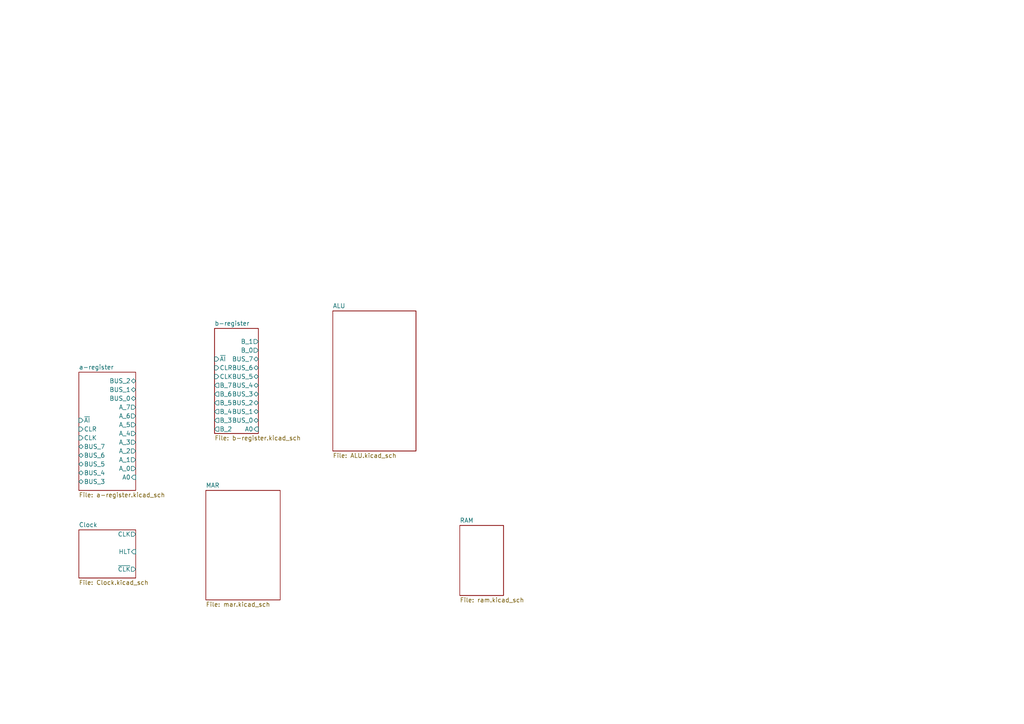
<source format=kicad_sch>
(kicad_sch
	(version 20250114)
	(generator "eeschema")
	(generator_version "9.0")
	(uuid "48633dea-2de9-4b6f-aeff-2ee54233f918")
	(paper "A4")
	(title_block
		(title "8 bit PC")
		(date "2025-10-14")
		(rev "1")
	)
	(lib_symbols)
	(sheet
		(at 62.23 95.25)
		(size 12.7 30.48)
		(exclude_from_sim no)
		(in_bom yes)
		(on_board yes)
		(dnp no)
		(fields_autoplaced yes)
		(stroke
			(width 0.1524)
			(type solid)
		)
		(fill
			(color 0 0 0 0.0000)
		)
		(uuid "01639e59-f640-4704-bff8-92b5a7e3f002")
		(property "Sheetname" "b-register"
			(at 62.23 94.5384 0)
			(effects
				(font
					(size 1.27 1.27)
				)
				(justify left bottom)
			)
		)
		(property "Sheetfile" "b-register.kicad_sch"
			(at 62.23 126.3146 0)
			(effects
				(font
					(size 1.27 1.27)
				)
				(justify left top)
			)
		)
		(pin "A0" input
			(at 74.93 124.46 0)
			(uuid "1e398594-c176-4ddb-9e00-64792717885c")
			(effects
				(font
					(size 1.27 1.27)
				)
				(justify right)
			)
		)
		(pin "BUS_0" bidirectional
			(at 74.93 121.92 0)
			(uuid "f49b5e5d-a1d5-4cfc-9335-2b1862288ef9")
			(effects
				(font
					(size 1.27 1.27)
				)
				(justify right)
			)
		)
		(pin "BUS_1" bidirectional
			(at 74.93 119.38 0)
			(uuid "25b91317-ba17-42f9-9dba-7371de2fc7db")
			(effects
				(font
					(size 1.27 1.27)
				)
				(justify right)
			)
		)
		(pin "BUS_2" bidirectional
			(at 74.93 116.84 0)
			(uuid "720541a5-0d3d-4f81-9af6-4a7e46df5eae")
			(effects
				(font
					(size 1.27 1.27)
				)
				(justify right)
			)
		)
		(pin "BUS_3" bidirectional
			(at 74.93 114.3 0)
			(uuid "00482d3a-8d12-4daa-ad6e-cd91ab268d44")
			(effects
				(font
					(size 1.27 1.27)
				)
				(justify right)
			)
		)
		(pin "BUS_4" bidirectional
			(at 74.93 111.76 0)
			(uuid "6c736dcc-3ff7-4f95-9e60-e5b79220c8a0")
			(effects
				(font
					(size 1.27 1.27)
				)
				(justify right)
			)
		)
		(pin "BUS_5" bidirectional
			(at 74.93 109.22 0)
			(uuid "69debe4c-3743-4007-ba97-1690bf7ec0c2")
			(effects
				(font
					(size 1.27 1.27)
				)
				(justify right)
			)
		)
		(pin "BUS_6" bidirectional
			(at 74.93 106.68 0)
			(uuid "e8ba07c1-f96a-4081-8479-63dbe511987e")
			(effects
				(font
					(size 1.27 1.27)
				)
				(justify right)
			)
		)
		(pin "BUS_7" bidirectional
			(at 74.93 104.14 0)
			(uuid "7e5fe0f6-0712-426a-b1a1-efd0095ae56b")
			(effects
				(font
					(size 1.27 1.27)
				)
				(justify right)
			)
		)
		(pin "B_0" output
			(at 74.93 101.6 0)
			(uuid "53e3bfd9-7722-4645-95b8-249d04382260")
			(effects
				(font
					(size 1.27 1.27)
				)
				(justify right)
			)
		)
		(pin "B_1" output
			(at 74.93 99.06 0)
			(uuid "31537560-0a6b-4864-9dd4-a9e5d00b55c8")
			(effects
				(font
					(size 1.27 1.27)
				)
				(justify right)
			)
		)
		(pin "B_2" output
			(at 62.23 124.46 180)
			(uuid "5aa31bc2-d35b-48e8-a405-8f044548392f")
			(effects
				(font
					(size 1.27 1.27)
				)
				(justify left)
			)
		)
		(pin "B_3" output
			(at 62.23 121.92 180)
			(uuid "318c55bd-b059-4595-9f4d-da4cefa0c7df")
			(effects
				(font
					(size 1.27 1.27)
				)
				(justify left)
			)
		)
		(pin "B_4" output
			(at 62.23 119.38 180)
			(uuid "0ee1aad4-5ff9-4c32-b007-bf6bf8284f15")
			(effects
				(font
					(size 1.27 1.27)
				)
				(justify left)
			)
		)
		(pin "B_5" output
			(at 62.23 116.84 180)
			(uuid "325eb9c1-1cf8-418b-b12b-ca4910ed7470")
			(effects
				(font
					(size 1.27 1.27)
				)
				(justify left)
			)
		)
		(pin "B_6" output
			(at 62.23 114.3 180)
			(uuid "1a71033a-58ab-4929-90dd-6668bc6d7d48")
			(effects
				(font
					(size 1.27 1.27)
				)
				(justify left)
			)
		)
		(pin "B_7" output
			(at 62.23 111.76 180)
			(uuid "6541262c-8b26-4ddc-8a98-20f6fff02518")
			(effects
				(font
					(size 1.27 1.27)
				)
				(justify left)
			)
		)
		(pin "CLK" input
			(at 62.23 109.22 180)
			(uuid "76957509-bfde-403a-9946-417991204eeb")
			(effects
				(font
					(size 1.27 1.27)
				)
				(justify left)
			)
		)
		(pin "CLR" input
			(at 62.23 106.68 180)
			(uuid "89e460d3-d01a-4557-83e2-b17950c90ddf")
			(effects
				(font
					(size 1.27 1.27)
				)
				(justify left)
			)
		)
		(pin "~{AI}" input
			(at 62.23 104.14 180)
			(uuid "223154d3-73ea-4acf-88fb-96a3abafb579")
			(effects
				(font
					(size 1.27 1.27)
				)
				(justify left)
			)
		)
		(instances
			(project "8-Bit-PC"
				(path "/48633dea-2de9-4b6f-aeff-2ee54233f918"
					(page "4")
				)
			)
		)
	)
	(sheet
		(at 22.86 107.95)
		(size 16.51 34.29)
		(exclude_from_sim no)
		(in_bom yes)
		(on_board yes)
		(dnp no)
		(fields_autoplaced yes)
		(stroke
			(width 0.1524)
			(type solid)
		)
		(fill
			(color 0 0 0 0.0000)
		)
		(uuid "0da64945-ad09-4cb6-87e6-9538c18b83c8")
		(property "Sheetname" "a-register"
			(at 22.86 107.2384 0)
			(effects
				(font
					(size 1.27 1.27)
				)
				(justify left bottom)
			)
		)
		(property "Sheetfile" "a-register.kicad_sch"
			(at 22.86 142.8246 0)
			(effects
				(font
					(size 1.27 1.27)
				)
				(justify left top)
			)
		)
		(pin "A0" input
			(at 39.37 138.43 0)
			(uuid "02e3207e-493a-4948-849b-e9081064e6ad")
			(effects
				(font
					(size 1.27 1.27)
				)
				(justify right)
			)
		)
		(pin "A_0" output
			(at 39.37 135.89 0)
			(uuid "7a9ef07b-87a4-4f99-a6da-2ebbedd5ce71")
			(effects
				(font
					(size 1.27 1.27)
				)
				(justify right)
			)
		)
		(pin "A_1" output
			(at 39.37 133.35 0)
			(uuid "e3bce3a0-14b2-46c1-a4dd-ec22b6014aaf")
			(effects
				(font
					(size 1.27 1.27)
				)
				(justify right)
			)
		)
		(pin "A_2" output
			(at 39.37 130.81 0)
			(uuid "e1a988da-541e-488f-a425-0b9c87b2ea22")
			(effects
				(font
					(size 1.27 1.27)
				)
				(justify right)
			)
		)
		(pin "A_3" output
			(at 39.37 128.27 0)
			(uuid "853e80f2-e3b1-4a27-b8a5-c40ec9530edf")
			(effects
				(font
					(size 1.27 1.27)
				)
				(justify right)
			)
		)
		(pin "A_4" output
			(at 39.37 125.73 0)
			(uuid "cb668f39-e321-4928-a4ff-566f60e53be8")
			(effects
				(font
					(size 1.27 1.27)
				)
				(justify right)
			)
		)
		(pin "A_5" output
			(at 39.37 123.19 0)
			(uuid "dc2231a8-7563-4a4a-8246-1df51e601ad5")
			(effects
				(font
					(size 1.27 1.27)
				)
				(justify right)
			)
		)
		(pin "A_6" output
			(at 39.37 120.65 0)
			(uuid "69cf0bb1-17cb-4674-a263-c8fee67d156a")
			(effects
				(font
					(size 1.27 1.27)
				)
				(justify right)
			)
		)
		(pin "A_7" output
			(at 39.37 118.11 0)
			(uuid "07ec6ec1-a61f-4d34-8217-d74454787f3c")
			(effects
				(font
					(size 1.27 1.27)
				)
				(justify right)
			)
		)
		(pin "BUS_0" bidirectional
			(at 39.37 115.57 0)
			(uuid "f97c8465-9ec8-4de1-84d5-f5b4735def80")
			(effects
				(font
					(size 1.27 1.27)
				)
				(justify right)
			)
		)
		(pin "BUS_1" bidirectional
			(at 39.37 113.03 0)
			(uuid "b0e108c4-804b-4085-ad07-f4ebda1ea6ff")
			(effects
				(font
					(size 1.27 1.27)
				)
				(justify right)
			)
		)
		(pin "BUS_2" bidirectional
			(at 39.37 110.49 0)
			(uuid "7019aa06-c51c-4997-90cc-b8aaeb63399a")
			(effects
				(font
					(size 1.27 1.27)
				)
				(justify right)
			)
		)
		(pin "BUS_3" bidirectional
			(at 22.86 139.7 180)
			(uuid "3d31b796-a7d4-4105-bb4e-df921e37babf")
			(effects
				(font
					(size 1.27 1.27)
				)
				(justify left)
			)
		)
		(pin "BUS_4" bidirectional
			(at 22.86 137.16 180)
			(uuid "b881f73f-1938-46b7-9c19-9ecfede45be9")
			(effects
				(font
					(size 1.27 1.27)
				)
				(justify left)
			)
		)
		(pin "BUS_5" bidirectional
			(at 22.86 134.62 180)
			(uuid "ad68393e-1929-44b1-9e27-ccf91d81cc10")
			(effects
				(font
					(size 1.27 1.27)
				)
				(justify left)
			)
		)
		(pin "BUS_6" bidirectional
			(at 22.86 132.08 180)
			(uuid "1e69282a-e755-4f2d-addb-dff715f064ff")
			(effects
				(font
					(size 1.27 1.27)
				)
				(justify left)
			)
		)
		(pin "BUS_7" bidirectional
			(at 22.86 129.54 180)
			(uuid "4d35daed-3c46-40c9-abfe-aaa75cde6c15")
			(effects
				(font
					(size 1.27 1.27)
				)
				(justify left)
			)
		)
		(pin "CLK" input
			(at 22.86 127 180)
			(uuid "539773be-ebd4-4631-9b92-2e5dc3329bc0")
			(effects
				(font
					(size 1.27 1.27)
				)
				(justify left)
			)
		)
		(pin "CLR" input
			(at 22.86 124.46 180)
			(uuid "63242240-f4c4-4a92-ab7a-e26c80e2bfe8")
			(effects
				(font
					(size 1.27 1.27)
				)
				(justify left)
			)
		)
		(pin "~{AI}" input
			(at 22.86 121.92 180)
			(uuid "34bd3c88-52d5-4bc8-9bd1-03f85eb54b7f")
			(effects
				(font
					(size 1.27 1.27)
				)
				(justify left)
			)
		)
		(instances
			(project "8-Bit-PC"
				(path "/48633dea-2de9-4b6f-aeff-2ee54233f918"
					(page "3")
				)
			)
		)
	)
	(sheet
		(at 22.86 153.67)
		(size 16.51 13.97)
		(exclude_from_sim no)
		(in_bom yes)
		(on_board yes)
		(dnp no)
		(fields_autoplaced yes)
		(stroke
			(width 0.1524)
			(type solid)
		)
		(fill
			(color 0 0 0 0.0000)
		)
		(uuid "ab3d271b-f0b2-4c3a-a0c7-95dfaa179663")
		(property "Sheetname" "Clock"
			(at 22.86 152.9584 0)
			(effects
				(font
					(size 1.27 1.27)
				)
				(justify left bottom)
			)
		)
		(property "Sheetfile" "Clock.kicad_sch"
			(at 22.86 168.2246 0)
			(effects
				(font
					(size 1.27 1.27)
				)
				(justify left top)
			)
		)
		(pin "CLK" output
			(at 39.37 154.94 0)
			(uuid "16ad9f09-d477-4437-bb12-5b0043e523a0")
			(effects
				(font
					(size 1.27 1.27)
				)
				(justify right)
			)
		)
		(pin "HLT" input
			(at 39.37 160.02 0)
			(uuid "ba96754c-eb18-4727-90f1-061a03d76056")
			(effects
				(font
					(size 1.27 1.27)
				)
				(justify right)
			)
		)
		(pin "~{CLK}" output
			(at 39.37 165.1 0)
			(uuid "8534043f-64af-419d-ba84-817aec83e155")
			(effects
				(font
					(size 1.27 1.27)
				)
				(justify right)
			)
		)
		(instances
			(project "8-Bit-PC"
				(path "/48633dea-2de9-4b6f-aeff-2ee54233f918"
					(page "2")
				)
			)
		)
	)
	(sheet
		(at 59.69 142.24)
		(size 21.59 31.75)
		(exclude_from_sim no)
		(in_bom yes)
		(on_board yes)
		(dnp no)
		(fields_autoplaced yes)
		(stroke
			(width 0.1524)
			(type solid)
		)
		(fill
			(color 0 0 0 0.0000)
		)
		(uuid "e1e5a374-9212-41f7-96e1-3a943d3930f9")
		(property "Sheetname" "MAR"
			(at 59.69 141.5284 0)
			(effects
				(font
					(size 1.27 1.27)
				)
				(justify left bottom)
			)
		)
		(property "Sheetfile" "mar.kicad_sch"
			(at 59.69 174.5746 0)
			(effects
				(font
					(size 1.27 1.27)
				)
				(justify left top)
			)
		)
		(instances
			(project "8-Bit-PC"
				(path "/48633dea-2de9-4b6f-aeff-2ee54233f918"
					(page "6")
				)
			)
		)
	)
	(sheet
		(at 96.52 90.17)
		(size 24.13 40.64)
		(exclude_from_sim no)
		(in_bom yes)
		(on_board yes)
		(dnp no)
		(fields_autoplaced yes)
		(stroke
			(width 0.1524)
			(type solid)
		)
		(fill
			(color 0 0 0 0.0000)
		)
		(uuid "f8e3ccdb-83a4-4ccb-8da4-2a9a22094d5c")
		(property "Sheetname" "ALU"
			(at 96.52 89.4584 0)
			(effects
				(font
					(size 1.27 1.27)
				)
				(justify left bottom)
			)
		)
		(property "Sheetfile" "ALU.kicad_sch"
			(at 96.52 131.3946 0)
			(effects
				(font
					(size 1.27 1.27)
				)
				(justify left top)
			)
		)
		(instances
			(project "8-Bit-PC"
				(path "/48633dea-2de9-4b6f-aeff-2ee54233f918"
					(page "5")
				)
			)
		)
	)
	(sheet
		(at 133.35 152.4)
		(size 12.7 20.32)
		(exclude_from_sim no)
		(in_bom yes)
		(on_board yes)
		(dnp no)
		(fields_autoplaced yes)
		(stroke
			(width 0.1524)
			(type solid)
		)
		(fill
			(color 0 0 0 0.0000)
		)
		(uuid "fa2f47c1-e570-4190-9168-df734bfd379c")
		(property "Sheetname" "RAM"
			(at 133.35 151.6884 0)
			(effects
				(font
					(size 1.27 1.27)
				)
				(justify left bottom)
			)
		)
		(property "Sheetfile" "ram.kicad_sch"
			(at 133.35 173.3046 0)
			(effects
				(font
					(size 1.27 1.27)
				)
				(justify left top)
			)
		)
		(instances
			(project "8-Bit-PC"
				(path "/48633dea-2de9-4b6f-aeff-2ee54233f918"
					(page "7")
				)
			)
		)
	)
	(sheet_instances
		(path "/"
			(page "1")
		)
	)
	(embedded_fonts no)
)

</source>
